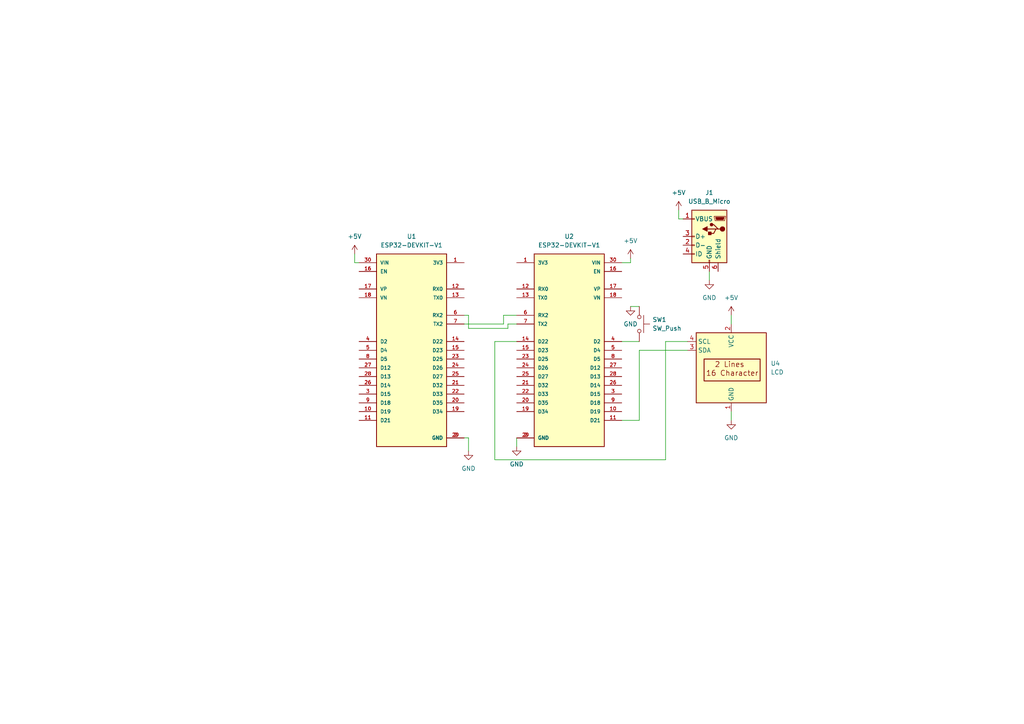
<source format=kicad_sch>
(kicad_sch (version 20230121) (generator eeschema)
  (paper "A4")
  (lib_symbols
    (symbol "Connector:USB_B_Micro" (pin_names (offset 1.016))
      (property "Reference" "J" (at -5.08 11.43 0))
      (property "Value" "USB_B_Micro" (at -5.08 8.89 0))
      (symbol "USB_B_Micro_0_1"
        (rectangle (start -5.08 -7.62) (end 5.08 7.62) (stroke (width 0.254)) (fill (type background)))
        (circle (center -3.81 2.159) (radius 0.635) (stroke (width 0.254)) (fill (type outline)))
        (circle (center -0.635 3.429) (radius 0.381) (stroke (width 0.254)) (fill (type outline)))
        (rectangle (start -0.127 -7.62) (end 0.127 -6.858))
        (polyline (pts (xy -1.905 2.159) (xy 0.635 2.159)) (stroke (width 0.254)))
        (polyline (pts (xy -3.175 2.159) (xy -2.54 2.159) (xy -1.27 3.429) (xy -0.635 3.429)) (stroke (width 0.254)))
        (polyline (pts (xy -2.54 2.159) (xy -1.905 2.159) (xy -1.27 0.889) (xy 0 0.889)) (stroke (width 0.254)))
        (polyline (pts (xy 0.635 2.794) (xy 0.635 1.524) (xy 1.905 2.159) (xy 0.635 2.794)) (stroke (width 0.254)) (fill (type outline)))
        (polyline (pts (xy -4.318 5.588) (xy -1.778 5.588) (xy -2.032 4.826) (xy -4.064 4.826) (xy -4.318 5.588)) (fill (type outline)))
        (polyline (pts (xy -4.699 5.842) (xy -4.699 5.588) (xy -4.445 4.826) (xy -4.445 4.572) (xy -1.651 4.572) (xy -1.651 4.826) (xy -1.397 5.588) (xy -1.397 5.842) (xy -4.699 5.842)))
        (rectangle (start 0.254 1.27) (end -0.508 0.508) (stroke (width 0.254)) (fill (type outline)))
        (rectangle (start 5.08 -5.207) (end 4.318 -4.953))
        (rectangle (start 5.08 -2.667) (end 4.318 -2.413))
        (rectangle (start 5.08 -0.127) (end 4.318 0.127))
        (rectangle (start 5.08 4.953) (end 4.318 5.207))
      )
      (symbol "USB_B_Micro_1_1"
        (pin power_out line (at 7.62 5.08 180) (length 2.54) (name "VBUS") (number "1"))
        (pin bidirectional line (at 7.62 -2.54 180) (length 2.54) (name "D-") (number "2"))
        (pin bidirectional line (at 7.62 0 180) (length 2.54) (name "D+") (number "3"))
        (pin passive line (at 7.62 -5.08 180) (length 2.54) (name "ID") (number "4"))
        (pin power_out line (at 0 -10.16 90) (length 2.54) (name "GND") (number "5"))
        (pin passive line (at -2.54 -10.16 90) (length 2.54) (name "Shield") (number "6"))
      )
    )
    (symbol "Display_Character:EA_T123X-I2C"
      (property "Reference" "U4" (at 11.43 1.27 0))
      (property "Value" "EA_T123X-I2C" (at 11.43 -1.27 0))
      (symbol "EA_T123X-I2C_0_0"
        (rectangle (start -7.874 2.54) (end 8.382 -3.81) (stroke (width 0.254)))
      )
      (symbol "EA_T123X-I2C_0_1"
        (rectangle (start -10.16 10.16) (end 10.16 -10.16) (stroke (width 0.254)) (fill (type background)))
      )
      (symbol "EA_T123X-I2C_1_0"
        (text "16 Character" (at -7.366 -1.524 0) (effects (font (size 1.524 1.524)) (justify left)))
        (text "2 Lines" (at -4.826 1.016 0) (effects (font (size 1.524 1.524)) (justify left)))
      )
      (symbol "EA_T123X-I2C_1_1"
        (pin power_in line (at 0 -12.7 90) (length 2.54) (name "GND") (number "1"))
        (pin power_in line (at 0 12.7 270) (length 2.54) (name "VCC") (number "2"))
        (pin bidirectional line (at -12.7 5.08 0) (length 2.54) (name "SDA") (number "3"))
        (pin input line (at -12.7 7.62 0) (length 2.54) (name "SCL") (number "4"))
      )
    )
    (symbol "ESP32-DEVKIT-V1:ESP32-DEVKIT-V1" (pin_names (offset 1.016))
      (property "Reference" "U" (at -10.16 30.48 0))
      (property "Value" "ESP32-DEVKIT-V1" (at -10.16 -30.48 0))
      (symbol "ESP32-DEVKIT-V1_0_0"
        (rectangle (start -10.16 -27.94) (end 10.16 27.94) (stroke (width 0.254)) (fill (type background)))
        (pin output line (at 15.24 25.4 180) (length 5.08) (name "3V3") (number "1"))
        (pin bidirectional line (at -15.24 -17.78 0) (length 5.08) (name "D19") (number "10"))
        (pin bidirectional line (at -15.24 -20.32 0) (length 5.08) (name "D21") (number "11"))
        (pin input line (at 15.24 17.78 180) (length 5.08) (name "RX0") (number "12"))
        (pin output line (at 15.24 15.24 180) (length 5.08) (name "TX0") (number "13"))
        (pin bidirectional line (at 15.24 2.54 180) (length 5.08) (name "D22") (number "14"))
        (pin bidirectional line (at 15.24 0 180) (length 5.08) (name "D23") (number "15"))
        (pin input line (at -15.24 22.86 0) (length 5.08) (name "EN") (number "16"))
        (pin bidirectional line (at -15.24 17.78 0) (length 5.08) (name "VP") (number "17"))
        (pin bidirectional line (at -15.24 15.24 0) (length 5.08) (name "VN") (number "18"))
        (pin bidirectional line (at 15.24 -17.78 180) (length 5.08) (name "D34") (number "19"))
        (pin power_in line (at 15.24 -25.4 180) (length 5.08) (name "GND") (number "2"))
        (pin bidirectional line (at 15.24 -15.24 180) (length 5.08) (name "D35") (number "20"))
        (pin bidirectional line (at 15.24 -10.16 180) (length 5.08) (name "D32") (number "21"))
        (pin bidirectional line (at 15.24 -12.7 180) (length 5.08) (name "D33") (number "22"))
        (pin bidirectional line (at 15.24 -2.54 180) (length 5.08) (name "D25") (number "23"))
        (pin bidirectional line (at 15.24 -5.08 180) (length 5.08) (name "D26") (number "24"))
        (pin bidirectional line (at 15.24 -7.62 180) (length 5.08) (name "D27") (number "25"))
        (pin bidirectional line (at -15.24 -10.16 0) (length 5.08) (name "D14") (number "26"))
        (pin bidirectional line (at -15.24 -5.08 0) (length 5.08) (name "D12") (number "27"))
        (pin bidirectional line (at -15.24 -7.62 0) (length 5.08) (name "D13") (number "28"))
        (pin power_in line (at 15.24 -25.4 180) (length 5.08) (name "GND") (number "29"))
        (pin bidirectional line (at -15.24 -12.7 0) (length 5.08) (name "D15") (number "3"))
        (pin input line (at -15.24 25.4 0) (length 5.08) (name "VIN") (number "30"))
        (pin bidirectional line (at -15.24 2.54 0) (length 5.08) (name "D2") (number "4"))
        (pin bidirectional line (at -15.24 0 0) (length 5.08) (name "D4") (number "5"))
        (pin input line (at 15.24 10.16 180) (length 5.08) (name "RX2") (number "6"))
        (pin output line (at 15.24 7.62 180) (length 5.08) (name "TX2") (number "7"))
        (pin bidirectional line (at -15.24 -2.54 0) (length 5.08) (name "D5") (number "8"))
        (pin bidirectional line (at -15.24 -15.24 0) (length 5.08) (name "D18") (number "9"))
      )
    )
    (symbol "Switch:SW_Push" (pin_numbers hide) (pin_names (offset 1.016) hide)
      (property "Reference" "SW" (at 1.27 2.54 0))
      (property "Value" "SW_Push" (at 0 -1.524 0))
      (symbol "SW_Push_0_1"
        (circle (center -2.032 0) (radius 0.508))
        (polyline (pts (xy 0 1.27) (xy 0 3.048)))
        (polyline (pts (xy 2.54 1.27) (xy -2.54 1.27)))
        (circle (center 2.032 0) (radius 0.508))
        (pin passive line (at -5.08 0 0) (length 2.54) (name "1") (number "1"))
        (pin passive line (at 5.08 0 180) (length 2.54) (name "2") (number "2"))
      )
    )
    (symbol "power:+5V" (power) (pin_names (offset 0))
      (property "Value" "+5V" (at 0 3.556 0))
      (symbol "+5V_0_1"
        (polyline (pts (xy -0.762 1.27) (xy 0 2.54)))
        (polyline (pts (xy 0 0) (xy 0 2.54)))
        (polyline (pts (xy 0 2.54) (xy 0.762 1.27)))
      )
      (symbol "+5V_1_1"
        (pin power_in line (at 0 0 90) (length 0) hide (name "+5V") (number "1"))
      )
    )
    (symbol "power:GND" (power) (pin_names (offset 0))
      (property "Value" "GND" (at 0 -3.81 0))
      (symbol "GND_0_1"
        (polyline (pts (xy 0 0) (xy 0 -1.27) (xy 1.27 -1.27) (xy 0 -2.54) (xy -1.27 -1.27) (xy 0 -1.27)))
      )
      (symbol "GND_1_1"
        (pin power_in line (at 0 0 270) (length 0) hide (name "GND") (number "1"))
      )
    )
  )
  (wire (pts (xy 135.89 95.25) (xy 135.89 91.44)))
  (wire (pts (xy 146.05 93.98) (xy 146.05 91.44)))
  (wire (pts (xy 149.86 99.06) (xy 143.51 99.06)))
  (wire (pts (xy 143.51 99.06) (xy 143.51 133.35)))
  (wire (pts (xy 205.74 78.74) (xy 205.74 81.28)))
  (wire (pts (xy 134.62 93.98) (xy 146.05 93.98)))
  (wire (pts (xy 212.09 119.38) (xy 212.09 121.92)))
  (wire (pts (xy 104.14 76.2) (xy 102.87 76.2)))
  (wire (pts (xy 180.34 99.06) (xy 185.42 99.06)))
  (wire (pts (xy 147.32 93.98) (xy 147.32 95.25)))
  (wire (pts (xy 185.42 101.6) (xy 185.42 121.92)))
  (wire (pts (xy 135.89 91.44) (xy 134.62 91.44)))
  (wire (pts (xy 147.32 95.25) (xy 135.89 95.25)))
  (wire (pts (xy 180.34 76.2) (xy 182.88 76.2)))
  (wire (pts (xy 212.09 91.44) (xy 212.09 93.98)))
  (wire (pts (xy 196.85 63.5) (xy 196.85 60.96)))
  (wire (pts (xy 143.51 133.35) (xy 193.04 133.35)))
  (wire (pts (xy 149.86 93.98) (xy 147.32 93.98)))
  (wire (pts (xy 149.86 127) (xy 149.86 129.54)))
  (wire (pts (xy 193.04 133.35) (xy 193.04 99.06)))
  (wire (pts (xy 193.04 99.06) (xy 199.39 99.06)))
  (wire (pts (xy 146.05 91.44) (xy 149.86 91.44)))
  (wire (pts (xy 182.88 76.2) (xy 182.88 74.93)))
  (wire (pts (xy 198.12 63.5) (xy 196.85 63.5)))
  (wire (pts (xy 102.87 73.66) (xy 102.87 76.2)))
  (wire (pts (xy 199.39 101.6) (xy 185.42 101.6)))
  (wire (pts (xy 134.62 127) (xy 135.89 127)))
  (wire (pts (xy 135.89 127) (xy 135.89 130.81)))
  (wire (pts (xy 182.88 88.9) (xy 185.42 88.9)))
  (wire (pts (xy 185.42 121.92) (xy 180.34 121.92)))
  (symbol (lib_id "power:GND") (at 182.88 88.9 0) (unit 1)
    (property "Reference" "#PWR07" (effects hide))
    (property "Value" "GND" (at 182.88 93.98 0))
  )
  (symbol (lib_id "power:GND") (at 149.86 129.54 0) (unit 1)
    (property "Reference" "#PWR05" (effects hide))
    (property "Value" "GND" (at 149.86 134.62 0))
  )
  (symbol (lib_id "power:GND") (at 205.74 81.28 0) (unit 1)
    (property "Reference" "#PWR08" (effects hide))
    (property "Value" "GND" (at 205.74 86.36 0))
  )
  (symbol (lib_id "power:+5V") (at 102.87 73.66 0) (unit 1)
    (property "Reference" "#PWR03" (effects hide))
    (property "Value" "+5V" (at 102.87 68.58 0))
  )
  (symbol (lib_id "power:GND") (at 135.89 130.81 0) (unit 1)
    (property "Reference" "#PWR06" (effects hide))
    (property "Value" "GND" (at 135.89 135.89 0))
  )
  (symbol (lib_id "power:+5V") (at 212.09 91.44 0) (unit 1)
    (property "Reference" "#PWR01" (effects hide))
    (property "Value" "+5V" (at 212.09 86.36 0))
  )
  (symbol (lib_id "Switch:SW_Push") (at 185.42 93.98 270) (unit 1)
    (property "Reference" "SW1" (at 189.23 92.71 90) (effects (justify left)))
    (property "Value" "SW_Push" (at 189.23 95.25 90) (effects (justify left)))
  )
  (symbol (lib_id "ESP32-DEVKIT-V1:ESP32-DEVKIT-V1") (at 165.1 101.6 0) (mirror y) (unit 1)
    (property "Reference" "U2" (at 165.1 68.58 0))
    (property "Value" "ESP32-DEVKIT-V1" (at 165.1 71.12 0))
    (property "Footprint" "MODULE_ESP32_DEVKIT_V1" (effects hide))
    (property "PARTREV" "N/A" (effects hide))
    (property "STANDARD" "Manufacturer Recommendations" (effects hide))
    (property "MAXIMUM_PACKAGE_HEIGHT" "6.8 mm" (effects hide))
    (property "MANUFACTURER" "DOIT" (effects hide))
  )
  (symbol (lib_id "Display_Character:EA_T123X-I2C") (at 212.09 106.68 0) (unit 1)
    (property "Reference" "U4" (at 223.52 105.41 0) (effects (justify left)))
    (property "Value" "LCD" (at 223.52 107.95 0) (effects (justify left)))
    (property "Footprint" "Display:EA_T123X-I2C" (effects hide))
    (property "Datasheet" "http://www.lcd-module.de/pdf/doma/t123-i2c.pdf" (effects hide))
  )
  (symbol (lib_id "Connector:USB_B_Micro") (at 205.74 68.58 0) (mirror y) (unit 1)
    (property "Reference" "J1" (at 205.74 55.88 0))
    (property "Value" "USB_B_Micro" (at 205.74 58.42 0))
  )
  (symbol (lib_id "power:GND") (at 212.09 121.92 0) (unit 1)
    (property "Reference" "#PWR04" (effects hide))
    (property "Value" "GND" (at 212.09 127 0))
  )
  (symbol (lib_id "ESP32-DEVKIT-V1:ESP32-DEVKIT-V1") (at 119.38 101.6 0) (unit 1)
    (property "Reference" "U1" (at 119.38 68.58 0))
    (property "Value" "ESP32-DEVKIT-V1" (at 119.38 71.12 0))
    (property "Footprint" "MODULE_ESP32_DEVKIT_V1" (effects hide))
    (property "PARTREV" "N/A" (effects hide))
    (property "STANDARD" "Manufacturer Recommendations" (effects hide))
    (property "MAXIMUM_PACKAGE_HEIGHT" "6.8 mm" (effects hide))
    (property "MANUFACTURER" "DOIT" (effects hide))
  )
  (symbol (lib_id "power:+5V") (at 182.88 74.93 0) (unit 1)
    (property "Reference" "#PWR02" (effects hide))
    (property "Value" "+5V" (at 182.88 69.85 0))
  )
  (symbol (lib_id "power:+5V") (at 196.85 60.96 0) (unit 1)
    (property "Reference" "#PWR09" (effects hide))
    (property "Value" "+5V" (at 196.85 55.88 0))
  )
)
</source>
